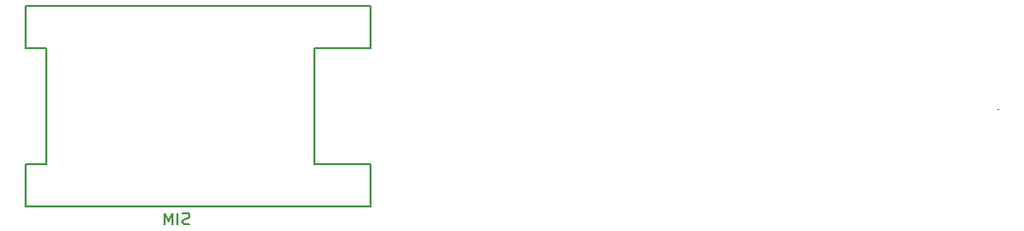
<source format=gbr>
G04 #@! TF.FileFunction,Legend,Bot*
%FSLAX46Y46*%
G04 Gerber Fmt 4.6, Leading zero omitted, Abs format (unit mm)*
G04 Created by KiCad (PCBNEW 4.0.7-e2-6376~58~ubuntu16.04.1) date Sat Jul 27 23:54:02 2019*
%MOMM*%
%LPD*%
G01*
G04 APERTURE LIST*
%ADD10C,0.100000*%
%ADD11C,0.160000*%
%ADD12C,0.152400*%
G04 APERTURE END LIST*
D10*
D11*
X112045238Y-125054762D02*
X111902381Y-125102381D01*
X111664285Y-125102381D01*
X111569047Y-125054762D01*
X111521428Y-125007143D01*
X111473809Y-124911905D01*
X111473809Y-124816667D01*
X111521428Y-124721429D01*
X111569047Y-124673810D01*
X111664285Y-124626190D01*
X111854762Y-124578571D01*
X111950000Y-124530952D01*
X111997619Y-124483333D01*
X112045238Y-124388095D01*
X112045238Y-124292857D01*
X111997619Y-124197619D01*
X111950000Y-124150000D01*
X111854762Y-124102381D01*
X111616666Y-124102381D01*
X111473809Y-124150000D01*
X111045238Y-125102381D02*
X111045238Y-124102381D01*
X110569048Y-125102381D02*
X110569048Y-124102381D01*
X110235714Y-124816667D01*
X109902381Y-124102381D01*
X109902381Y-125102381D01*
X181550000Y-115165000D02*
X181575000Y-115165000D01*
D12*
X122800000Y-109900000D02*
X127650000Y-109900000D01*
X122800000Y-109900000D02*
X122800000Y-119900000D01*
X127650000Y-106300000D02*
X97950000Y-106300000D01*
X127650000Y-109900000D02*
X127650000Y-106300000D01*
X97950000Y-109900000D02*
X97950000Y-106300000D01*
X99800000Y-109900000D02*
X99800000Y-119900000D01*
X97950000Y-109900000D02*
X99800000Y-109900000D01*
X97950000Y-119900000D02*
X97950000Y-123500000D01*
X122800000Y-119900000D02*
X127650000Y-119900000D01*
X127650000Y-119900000D02*
X127650000Y-123500000D01*
X97950000Y-119900000D02*
X99800000Y-119900000D01*
X127650000Y-123500000D02*
X97950000Y-123500000D01*
M02*

</source>
